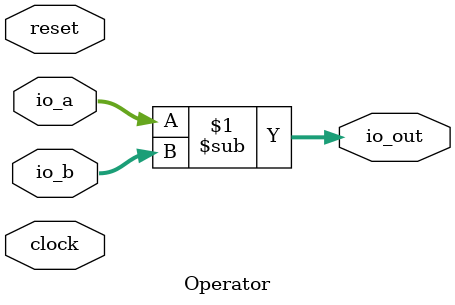
<source format=sv>
module Operator(	// src/main/scala/OptionalParam/OptionalParam.scala:54:7
  input         clock,	// src/main/scala/OptionalParam/OptionalParam.scala:54:7
                reset,	// src/main/scala/OptionalParam/OptionalParam.scala:54:7
  input  [15:0] io_a,	// src/main/scala/OptionalParam/OptionalParam.scala:55:14
                io_b,	// src/main/scala/OptionalParam/OptionalParam.scala:55:14
  output [15:0] io_out	// src/main/scala/OptionalParam/OptionalParam.scala:55:14
);

  assign io_out = io_a - io_b;	// src/main/scala/OptionalParam/OptionalParam.scala:54:7, :66:39
endmodule


</source>
